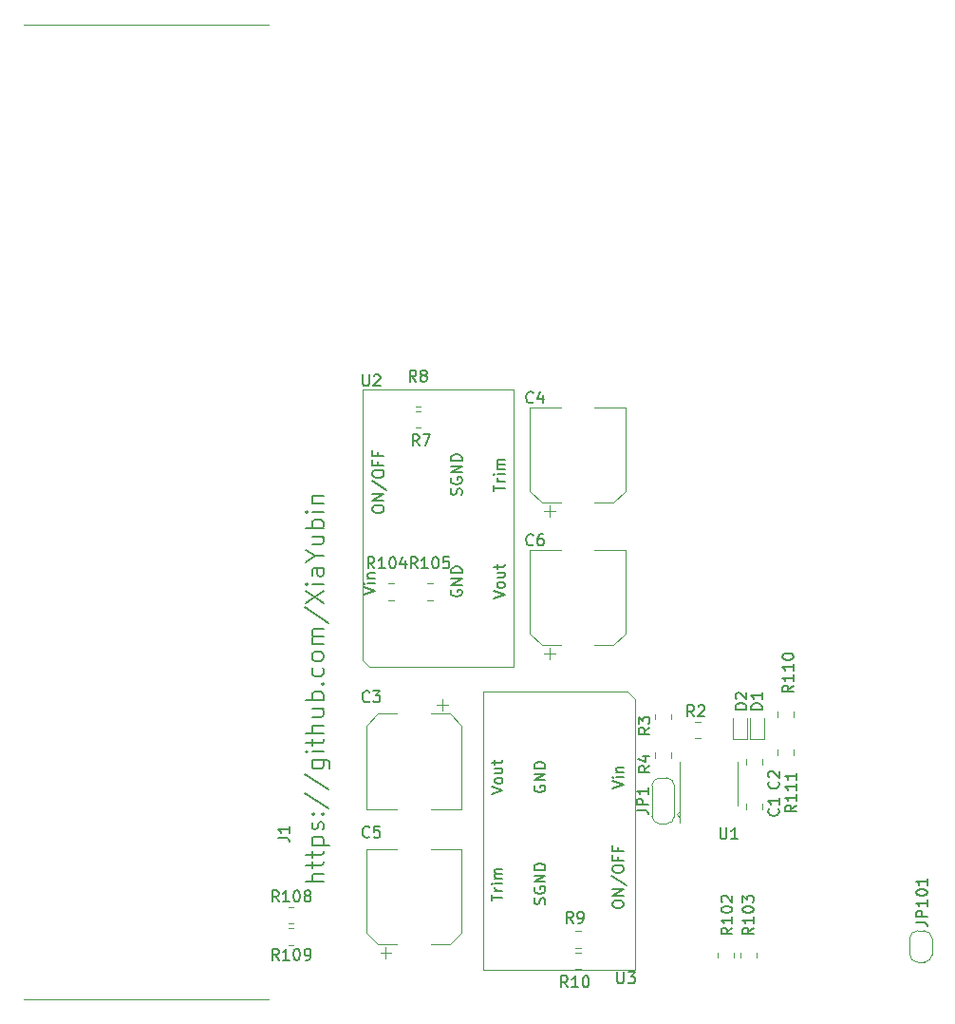
<source format=gbr>
%TF.GenerationSoftware,KiCad,Pcbnew,(5.1.9)-1*%
%TF.CreationDate,2021-04-10T21:08:21+08:00*%
%TF.ProjectId,CSPS2ATX2.0,43535053-3241-4545-9832-2e302e6b6963,V2.0*%
%TF.SameCoordinates,Original*%
%TF.FileFunction,Legend,Top*%
%TF.FilePolarity,Positive*%
%FSLAX46Y46*%
G04 Gerber Fmt 4.6, Leading zero omitted, Abs format (unit mm)*
G04 Created by KiCad (PCBNEW (5.1.9)-1) date 2021-04-10 21:08:21*
%MOMM*%
%LPD*%
G01*
G04 APERTURE LIST*
%ADD10C,0.200000*%
%ADD11C,0.120000*%
%ADD12C,0.150000*%
G04 APERTURE END LIST*
D10*
X94195809Y-114247047D02*
X92595809Y-114247047D01*
X94195809Y-113561333D02*
X93357714Y-113561333D01*
X93205333Y-113637523D01*
X93129142Y-113789904D01*
X93129142Y-114018476D01*
X93205333Y-114170857D01*
X93281523Y-114247047D01*
X93129142Y-113028000D02*
X93129142Y-112418476D01*
X92595809Y-112799428D02*
X93967238Y-112799428D01*
X94119619Y-112723238D01*
X94195809Y-112570857D01*
X94195809Y-112418476D01*
X93129142Y-112113714D02*
X93129142Y-111504190D01*
X92595809Y-111885142D02*
X93967238Y-111885142D01*
X94119619Y-111808952D01*
X94195809Y-111656571D01*
X94195809Y-111504190D01*
X93129142Y-110970857D02*
X94729142Y-110970857D01*
X93205333Y-110970857D02*
X93129142Y-110818476D01*
X93129142Y-110513714D01*
X93205333Y-110361333D01*
X93281523Y-110285142D01*
X93433904Y-110208952D01*
X93891047Y-110208952D01*
X94043428Y-110285142D01*
X94119619Y-110361333D01*
X94195809Y-110513714D01*
X94195809Y-110818476D01*
X94119619Y-110970857D01*
X94119619Y-109599428D02*
X94195809Y-109447047D01*
X94195809Y-109142285D01*
X94119619Y-108989904D01*
X93967238Y-108913714D01*
X93891047Y-108913714D01*
X93738666Y-108989904D01*
X93662476Y-109142285D01*
X93662476Y-109370857D01*
X93586285Y-109523238D01*
X93433904Y-109599428D01*
X93357714Y-109599428D01*
X93205333Y-109523238D01*
X93129142Y-109370857D01*
X93129142Y-109142285D01*
X93205333Y-108989904D01*
X94043428Y-108228000D02*
X94119619Y-108151809D01*
X94195809Y-108228000D01*
X94119619Y-108304190D01*
X94043428Y-108228000D01*
X94195809Y-108228000D01*
X93205333Y-108228000D02*
X93281523Y-108151809D01*
X93357714Y-108228000D01*
X93281523Y-108304190D01*
X93205333Y-108228000D01*
X93357714Y-108228000D01*
X92519619Y-106323238D02*
X94576761Y-107694666D01*
X92519619Y-104647047D02*
X94576761Y-106018476D01*
X93129142Y-103428000D02*
X94424380Y-103428000D01*
X94576761Y-103504190D01*
X94652952Y-103580380D01*
X94729142Y-103732761D01*
X94729142Y-103961333D01*
X94652952Y-104113714D01*
X94119619Y-103428000D02*
X94195809Y-103580380D01*
X94195809Y-103885142D01*
X94119619Y-104037523D01*
X94043428Y-104113714D01*
X93891047Y-104189904D01*
X93433904Y-104189904D01*
X93281523Y-104113714D01*
X93205333Y-104037523D01*
X93129142Y-103885142D01*
X93129142Y-103580380D01*
X93205333Y-103428000D01*
X94195809Y-102666095D02*
X93129142Y-102666095D01*
X92595809Y-102666095D02*
X92672000Y-102742285D01*
X92748190Y-102666095D01*
X92672000Y-102589904D01*
X92595809Y-102666095D01*
X92748190Y-102666095D01*
X93129142Y-102132761D02*
X93129142Y-101523238D01*
X92595809Y-101904190D02*
X93967238Y-101904190D01*
X94119619Y-101828000D01*
X94195809Y-101675619D01*
X94195809Y-101523238D01*
X94195809Y-100989904D02*
X92595809Y-100989904D01*
X94195809Y-100304190D02*
X93357714Y-100304190D01*
X93205333Y-100380380D01*
X93129142Y-100532761D01*
X93129142Y-100761333D01*
X93205333Y-100913714D01*
X93281523Y-100989904D01*
X93129142Y-98856571D02*
X94195809Y-98856571D01*
X93129142Y-99542285D02*
X93967238Y-99542285D01*
X94119619Y-99466095D01*
X94195809Y-99313714D01*
X94195809Y-99085142D01*
X94119619Y-98932761D01*
X94043428Y-98856571D01*
X94195809Y-98094666D02*
X92595809Y-98094666D01*
X93205333Y-98094666D02*
X93129142Y-97942285D01*
X93129142Y-97637523D01*
X93205333Y-97485142D01*
X93281523Y-97408952D01*
X93433904Y-97332761D01*
X93891047Y-97332761D01*
X94043428Y-97408952D01*
X94119619Y-97485142D01*
X94195809Y-97637523D01*
X94195809Y-97942285D01*
X94119619Y-98094666D01*
X94043428Y-96647047D02*
X94119619Y-96570857D01*
X94195809Y-96647047D01*
X94119619Y-96723238D01*
X94043428Y-96647047D01*
X94195809Y-96647047D01*
X94119619Y-95199428D02*
X94195809Y-95351809D01*
X94195809Y-95656571D01*
X94119619Y-95808952D01*
X94043428Y-95885142D01*
X93891047Y-95961333D01*
X93433904Y-95961333D01*
X93281523Y-95885142D01*
X93205333Y-95808952D01*
X93129142Y-95656571D01*
X93129142Y-95351809D01*
X93205333Y-95199428D01*
X94195809Y-94285142D02*
X94119619Y-94437523D01*
X94043428Y-94513714D01*
X93891047Y-94589904D01*
X93433904Y-94589904D01*
X93281523Y-94513714D01*
X93205333Y-94437523D01*
X93129142Y-94285142D01*
X93129142Y-94056571D01*
X93205333Y-93904190D01*
X93281523Y-93828000D01*
X93433904Y-93751809D01*
X93891047Y-93751809D01*
X94043428Y-93828000D01*
X94119619Y-93904190D01*
X94195809Y-94056571D01*
X94195809Y-94285142D01*
X94195809Y-93066095D02*
X93129142Y-93066095D01*
X93281523Y-93066095D02*
X93205333Y-92989904D01*
X93129142Y-92837523D01*
X93129142Y-92608952D01*
X93205333Y-92456571D01*
X93357714Y-92380380D01*
X94195809Y-92380380D01*
X93357714Y-92380380D02*
X93205333Y-92304190D01*
X93129142Y-92151809D01*
X93129142Y-91923238D01*
X93205333Y-91770857D01*
X93357714Y-91694666D01*
X94195809Y-91694666D01*
X92519619Y-89789904D02*
X94576761Y-91161333D01*
X92595809Y-89408952D02*
X94195809Y-88342285D01*
X92595809Y-88342285D02*
X94195809Y-89408952D01*
X94195809Y-87732761D02*
X93129142Y-87732761D01*
X92595809Y-87732761D02*
X92672000Y-87808952D01*
X92748190Y-87732761D01*
X92672000Y-87656571D01*
X92595809Y-87732761D01*
X92748190Y-87732761D01*
X94195809Y-86285142D02*
X93357714Y-86285142D01*
X93205333Y-86361333D01*
X93129142Y-86513714D01*
X93129142Y-86818476D01*
X93205333Y-86970857D01*
X94119619Y-86285142D02*
X94195809Y-86437523D01*
X94195809Y-86818476D01*
X94119619Y-86970857D01*
X93967238Y-87047047D01*
X93814857Y-87047047D01*
X93662476Y-86970857D01*
X93586285Y-86818476D01*
X93586285Y-86437523D01*
X93510095Y-86285142D01*
X93433904Y-85218476D02*
X94195809Y-85218476D01*
X92595809Y-85751809D02*
X93433904Y-85218476D01*
X92595809Y-84685142D01*
X93129142Y-83466095D02*
X94195809Y-83466095D01*
X93129142Y-84151809D02*
X93967238Y-84151809D01*
X94119619Y-84075619D01*
X94195809Y-83923238D01*
X94195809Y-83694666D01*
X94119619Y-83542285D01*
X94043428Y-83466095D01*
X94195809Y-82704190D02*
X92595809Y-82704190D01*
X93205333Y-82704190D02*
X93129142Y-82551809D01*
X93129142Y-82247047D01*
X93205333Y-82094666D01*
X93281523Y-82018476D01*
X93433904Y-81942285D01*
X93891047Y-81942285D01*
X94043428Y-82018476D01*
X94119619Y-82094666D01*
X94195809Y-82247047D01*
X94195809Y-82551809D01*
X94119619Y-82704190D01*
X94195809Y-81256571D02*
X93129142Y-81256571D01*
X92595809Y-81256571D02*
X92672000Y-81332761D01*
X92748190Y-81256571D01*
X92672000Y-81180380D01*
X92595809Y-81256571D01*
X92748190Y-81256571D01*
X93129142Y-80494666D02*
X94195809Y-80494666D01*
X93281523Y-80494666D02*
X93205333Y-80418476D01*
X93129142Y-80266095D01*
X93129142Y-80037523D01*
X93205333Y-79885142D01*
X93357714Y-79808952D01*
X94195809Y-79808952D01*
D11*
%TO.C,D2*%
X131918000Y-99695000D02*
X131918000Y-101545000D01*
X130718000Y-99695000D02*
X130718000Y-101545000D01*
X130718000Y-101545000D02*
X131918000Y-101545000D01*
%TO.C,D1*%
X133442000Y-99695000D02*
X133442000Y-101545000D01*
X132242000Y-99695000D02*
X132242000Y-101545000D01*
X132242000Y-101545000D02*
X133442000Y-101545000D01*
%TO.C,U3*%
X108410000Y-97300000D02*
X108410000Y-122065000D01*
X108410000Y-122065000D02*
X121920000Y-122065000D01*
X121920000Y-122065000D02*
X121920000Y-97935000D01*
X121285000Y-97300000D02*
X108410000Y-97300000D01*
X121285000Y-97300000D02*
X121920000Y-97935000D01*
%TO.C,U2*%
X111150000Y-95105000D02*
X111150000Y-70340000D01*
X111150000Y-70340000D02*
X97640000Y-70340000D01*
X97640000Y-70340000D02*
X97640000Y-94470000D01*
X98275000Y-95105000D02*
X111150000Y-95105000D01*
X98275000Y-95105000D02*
X97640000Y-94470000D01*
%TO.C,R10*%
X116636436Y-122020000D02*
X117090564Y-122020000D01*
X116636436Y-120550000D02*
X117090564Y-120550000D01*
%TO.C,R9*%
X117090564Y-118645000D02*
X116636436Y-118645000D01*
X117090564Y-120115000D02*
X116636436Y-120115000D01*
%TO.C,R8*%
X102819564Y-70385000D02*
X102365436Y-70385000D01*
X102819564Y-71855000D02*
X102365436Y-71855000D01*
%TO.C,R7*%
X102365436Y-73760000D02*
X102819564Y-73760000D01*
X102365436Y-72290000D02*
X102819564Y-72290000D01*
%TO.C,C6*%
X113830000Y-93900000D02*
X114830000Y-93900000D01*
X114330000Y-94400000D02*
X114330000Y-93400000D01*
X120035563Y-93160000D02*
X121100000Y-92095563D01*
X113644437Y-93160000D02*
X112580000Y-92095563D01*
X113644437Y-93160000D02*
X115330000Y-93160000D01*
X120035563Y-93160000D02*
X118350000Y-93160000D01*
X121100000Y-92095563D02*
X121100000Y-84640000D01*
X112580000Y-92095563D02*
X112580000Y-84640000D01*
X112580000Y-84640000D02*
X115330000Y-84640000D01*
X121100000Y-84640000D02*
X118350000Y-84640000D01*
%TO.C,C5*%
X99225000Y-120570000D02*
X100225000Y-120570000D01*
X99725000Y-121070000D02*
X99725000Y-120070000D01*
X105430563Y-119830000D02*
X106495000Y-118765563D01*
X99039437Y-119830000D02*
X97975000Y-118765563D01*
X99039437Y-119830000D02*
X100725000Y-119830000D01*
X105430563Y-119830000D02*
X103745000Y-119830000D01*
X106495000Y-118765563D02*
X106495000Y-111310000D01*
X97975000Y-118765563D02*
X97975000Y-111310000D01*
X97975000Y-111310000D02*
X100725000Y-111310000D01*
X106495000Y-111310000D02*
X103745000Y-111310000D01*
%TO.C,C4*%
X113830000Y-81200000D02*
X114830000Y-81200000D01*
X114330000Y-81700000D02*
X114330000Y-80700000D01*
X120035563Y-80460000D02*
X121100000Y-79395563D01*
X113644437Y-80460000D02*
X112580000Y-79395563D01*
X113644437Y-80460000D02*
X115330000Y-80460000D01*
X120035563Y-80460000D02*
X118350000Y-80460000D01*
X121100000Y-79395563D02*
X121100000Y-71940000D01*
X112580000Y-79395563D02*
X112580000Y-71940000D01*
X112580000Y-71940000D02*
X115330000Y-71940000D01*
X121100000Y-71940000D02*
X118350000Y-71940000D01*
%TO.C,C3*%
X105245000Y-98505000D02*
X104245000Y-98505000D01*
X104745000Y-98005000D02*
X104745000Y-99005000D01*
X99039437Y-99245000D02*
X97975000Y-100309437D01*
X105430563Y-99245000D02*
X106495000Y-100309437D01*
X105430563Y-99245000D02*
X103745000Y-99245000D01*
X99039437Y-99245000D02*
X100725000Y-99245000D01*
X97975000Y-100309437D02*
X97975000Y-107765000D01*
X106495000Y-100309437D02*
X106495000Y-107765000D01*
X106495000Y-107765000D02*
X103745000Y-107765000D01*
X97975000Y-107765000D02*
X100725000Y-107765000D01*
%TO.C,U1*%
X125964000Y-105537000D02*
X125964000Y-108987000D01*
X125964000Y-105537000D02*
X125964000Y-103587000D01*
X131084000Y-105537000D02*
X131084000Y-107487000D01*
X131084000Y-105537000D02*
X131084000Y-103587000D01*
%TO.C,R111*%
X134647000Y-102492436D02*
X134647000Y-102946564D01*
X136117000Y-102492436D02*
X136117000Y-102946564D01*
%TO.C,R110*%
X134647000Y-99110436D02*
X134647000Y-99564564D01*
X136117000Y-99110436D02*
X136117000Y-99564564D01*
%TO.C,R109*%
X91516564Y-118391000D02*
X91062436Y-118391000D01*
X91516564Y-119861000D02*
X91062436Y-119861000D01*
%TO.C,R108*%
X91062436Y-117956000D02*
X91516564Y-117956000D01*
X91062436Y-116486000D02*
X91516564Y-116486000D01*
%TO.C,R105*%
X103428436Y-89127000D02*
X103882564Y-89127000D01*
X103428436Y-87657000D02*
X103882564Y-87657000D01*
%TO.C,R104*%
X99975936Y-89127000D02*
X100430064Y-89127000D01*
X99975936Y-87657000D02*
X100430064Y-87657000D01*
%TO.C,R103*%
X131345000Y-120573436D02*
X131345000Y-121027564D01*
X132815000Y-120573436D02*
X132815000Y-121027564D01*
%TO.C,R102*%
X129313000Y-120573436D02*
X129313000Y-121027564D01*
X130783000Y-120573436D02*
X130783000Y-121027564D01*
%TO.C,R4*%
X123725000Y-102746436D02*
X123725000Y-103200564D01*
X125195000Y-102746436D02*
X125195000Y-103200564D01*
%TO.C,R3*%
X123725000Y-99317436D02*
X123725000Y-99771564D01*
X125195000Y-99317436D02*
X125195000Y-99771564D01*
%TO.C,R2*%
X127758564Y-99976000D02*
X127304436Y-99976000D01*
X127758564Y-101446000D02*
X127304436Y-101446000D01*
%TO.C,JP101*%
X148447000Y-119315000D02*
X148447000Y-120715000D01*
X147747000Y-121415000D02*
X147147000Y-121415000D01*
X146447000Y-120715000D02*
X146447000Y-119315000D01*
X147147000Y-118615000D02*
X147747000Y-118615000D01*
X147747000Y-118615000D02*
G75*
G02*
X148447000Y-119315000I0J-700000D01*
G01*
X146447000Y-119315000D02*
G75*
G02*
X147147000Y-118615000I700000J0D01*
G01*
X147147000Y-121415000D02*
G75*
G02*
X146447000Y-120715000I0J700000D01*
G01*
X148447000Y-120715000D02*
G75*
G02*
X147747000Y-121415000I-700000J0D01*
G01*
%TO.C,JP1*%
X123460000Y-108431000D02*
X123460000Y-105631000D01*
X124160000Y-104981000D02*
X124760000Y-104981000D01*
X125460000Y-105631000D02*
X125460000Y-108431000D01*
X124760000Y-109081000D02*
X124160000Y-109081000D01*
X125660000Y-108231000D02*
X125960000Y-108531000D01*
X125960000Y-108531000D02*
X125960000Y-107931000D01*
X125660000Y-108231000D02*
X125960000Y-107931000D01*
X124160000Y-109081000D02*
G75*
G02*
X123460000Y-108381000I0J700000D01*
G01*
X125460000Y-108381000D02*
G75*
G02*
X124760000Y-109081000I-700000J0D01*
G01*
X124760000Y-104981000D02*
G75*
G02*
X125460000Y-105681000I0J-700000D01*
G01*
X123460000Y-105681000D02*
G75*
G02*
X124160000Y-104981000I700000J0D01*
G01*
%TO.C,J1*%
X67405000Y-37870000D02*
X89249000Y-37870000D01*
X89249000Y-124690000D02*
X67405000Y-124690000D01*
%TO.C,C2*%
X131853000Y-103309748D02*
X131853000Y-103832252D01*
X133323000Y-103309748D02*
X133323000Y-103832252D01*
%TO.C,C1*%
X133323000Y-107769252D02*
X133323000Y-107246748D01*
X131853000Y-107769252D02*
X131853000Y-107246748D01*
%TO.C,D2*%
D12*
X131897380Y-98909095D02*
X130897380Y-98909095D01*
X130897380Y-98671000D01*
X130945000Y-98528142D01*
X131040238Y-98432904D01*
X131135476Y-98385285D01*
X131325952Y-98337666D01*
X131468809Y-98337666D01*
X131659285Y-98385285D01*
X131754523Y-98432904D01*
X131849761Y-98528142D01*
X131897380Y-98671000D01*
X131897380Y-98909095D01*
X130992619Y-97956714D02*
X130945000Y-97909095D01*
X130897380Y-97813857D01*
X130897380Y-97575761D01*
X130945000Y-97480523D01*
X130992619Y-97432904D01*
X131087857Y-97385285D01*
X131183095Y-97385285D01*
X131325952Y-97432904D01*
X131897380Y-98004333D01*
X131897380Y-97385285D01*
%TO.C,D1*%
X133294380Y-98909095D02*
X132294380Y-98909095D01*
X132294380Y-98671000D01*
X132342000Y-98528142D01*
X132437238Y-98432904D01*
X132532476Y-98385285D01*
X132722952Y-98337666D01*
X132865809Y-98337666D01*
X133056285Y-98385285D01*
X133151523Y-98432904D01*
X133246761Y-98528142D01*
X133294380Y-98671000D01*
X133294380Y-98909095D01*
X133294380Y-97385285D02*
X133294380Y-97956714D01*
X133294380Y-97671000D02*
X132294380Y-97671000D01*
X132437238Y-97766238D01*
X132532476Y-97861476D01*
X132580095Y-97956714D01*
%TO.C,U3*%
X120373095Y-122301380D02*
X120373095Y-123110904D01*
X120420714Y-123206142D01*
X120468333Y-123253761D01*
X120563571Y-123301380D01*
X120754047Y-123301380D01*
X120849285Y-123253761D01*
X120896904Y-123206142D01*
X120944523Y-123110904D01*
X120944523Y-122301380D01*
X121325476Y-122301380D02*
X121944523Y-122301380D01*
X121611190Y-122682333D01*
X121754047Y-122682333D01*
X121849285Y-122729952D01*
X121896904Y-122777571D01*
X121944523Y-122872809D01*
X121944523Y-123110904D01*
X121896904Y-123206142D01*
X121849285Y-123253761D01*
X121754047Y-123301380D01*
X121468333Y-123301380D01*
X121373095Y-123253761D01*
X121325476Y-123206142D01*
X119927380Y-116333809D02*
X119927380Y-116143333D01*
X119975000Y-116048095D01*
X120070238Y-115952857D01*
X120260714Y-115905238D01*
X120594047Y-115905238D01*
X120784523Y-115952857D01*
X120879761Y-116048095D01*
X120927380Y-116143333D01*
X120927380Y-116333809D01*
X120879761Y-116429047D01*
X120784523Y-116524285D01*
X120594047Y-116571904D01*
X120260714Y-116571904D01*
X120070238Y-116524285D01*
X119975000Y-116429047D01*
X119927380Y-116333809D01*
X120927380Y-115476666D02*
X119927380Y-115476666D01*
X120927380Y-114905238D01*
X119927380Y-114905238D01*
X119879761Y-113714761D02*
X121165476Y-114571904D01*
X119927380Y-113190952D02*
X119927380Y-113000476D01*
X119975000Y-112905238D01*
X120070238Y-112810000D01*
X120260714Y-112762380D01*
X120594047Y-112762380D01*
X120784523Y-112810000D01*
X120879761Y-112905238D01*
X120927380Y-113000476D01*
X120927380Y-113190952D01*
X120879761Y-113286190D01*
X120784523Y-113381428D01*
X120594047Y-113429047D01*
X120260714Y-113429047D01*
X120070238Y-113381428D01*
X119975000Y-113286190D01*
X119927380Y-113190952D01*
X120403571Y-112000476D02*
X120403571Y-112333809D01*
X120927380Y-112333809D02*
X119927380Y-112333809D01*
X119927380Y-111857619D01*
X120403571Y-111143333D02*
X120403571Y-111476666D01*
X120927380Y-111476666D02*
X119927380Y-111476666D01*
X119927380Y-111000476D01*
X113894761Y-116254523D02*
X113942380Y-116111666D01*
X113942380Y-115873571D01*
X113894761Y-115778333D01*
X113847142Y-115730714D01*
X113751904Y-115683095D01*
X113656666Y-115683095D01*
X113561428Y-115730714D01*
X113513809Y-115778333D01*
X113466190Y-115873571D01*
X113418571Y-116064047D01*
X113370952Y-116159285D01*
X113323333Y-116206904D01*
X113228095Y-116254523D01*
X113132857Y-116254523D01*
X113037619Y-116206904D01*
X112990000Y-116159285D01*
X112942380Y-116064047D01*
X112942380Y-115825952D01*
X112990000Y-115683095D01*
X112990000Y-114730714D02*
X112942380Y-114825952D01*
X112942380Y-114968809D01*
X112990000Y-115111666D01*
X113085238Y-115206904D01*
X113180476Y-115254523D01*
X113370952Y-115302142D01*
X113513809Y-115302142D01*
X113704285Y-115254523D01*
X113799523Y-115206904D01*
X113894761Y-115111666D01*
X113942380Y-114968809D01*
X113942380Y-114873571D01*
X113894761Y-114730714D01*
X113847142Y-114683095D01*
X113513809Y-114683095D01*
X113513809Y-114873571D01*
X113942380Y-114254523D02*
X112942380Y-114254523D01*
X113942380Y-113683095D01*
X112942380Y-113683095D01*
X113942380Y-113206904D02*
X112942380Y-113206904D01*
X112942380Y-112968809D01*
X112990000Y-112825952D01*
X113085238Y-112730714D01*
X113180476Y-112683095D01*
X113370952Y-112635476D01*
X113513809Y-112635476D01*
X113704285Y-112683095D01*
X113799523Y-112730714D01*
X113894761Y-112825952D01*
X113942380Y-112968809D01*
X113942380Y-113206904D01*
X109132380Y-115945000D02*
X109132380Y-115373571D01*
X110132380Y-115659285D02*
X109132380Y-115659285D01*
X110132380Y-115040238D02*
X109465714Y-115040238D01*
X109656190Y-115040238D02*
X109560952Y-114992619D01*
X109513333Y-114945000D01*
X109465714Y-114849761D01*
X109465714Y-114754523D01*
X110132380Y-114421190D02*
X109465714Y-114421190D01*
X109132380Y-114421190D02*
X109180000Y-114468809D01*
X109227619Y-114421190D01*
X109180000Y-114373571D01*
X109132380Y-114421190D01*
X109227619Y-114421190D01*
X110132380Y-113945000D02*
X109465714Y-113945000D01*
X109560952Y-113945000D02*
X109513333Y-113897380D01*
X109465714Y-113802142D01*
X109465714Y-113659285D01*
X109513333Y-113564047D01*
X109608571Y-113516428D01*
X110132380Y-113516428D01*
X109608571Y-113516428D02*
X109513333Y-113468809D01*
X109465714Y-113373571D01*
X109465714Y-113230714D01*
X109513333Y-113135476D01*
X109608571Y-113087857D01*
X110132380Y-113087857D01*
X109132380Y-106443809D02*
X110132380Y-106110476D01*
X109132380Y-105777142D01*
X110132380Y-105300952D02*
X110084761Y-105396190D01*
X110037142Y-105443809D01*
X109941904Y-105491428D01*
X109656190Y-105491428D01*
X109560952Y-105443809D01*
X109513333Y-105396190D01*
X109465714Y-105300952D01*
X109465714Y-105158095D01*
X109513333Y-105062857D01*
X109560952Y-105015238D01*
X109656190Y-104967619D01*
X109941904Y-104967619D01*
X110037142Y-105015238D01*
X110084761Y-105062857D01*
X110132380Y-105158095D01*
X110132380Y-105300952D01*
X109465714Y-104110476D02*
X110132380Y-104110476D01*
X109465714Y-104539047D02*
X109989523Y-104539047D01*
X110084761Y-104491428D01*
X110132380Y-104396190D01*
X110132380Y-104253333D01*
X110084761Y-104158095D01*
X110037142Y-104110476D01*
X109465714Y-103777142D02*
X109465714Y-103396190D01*
X109132380Y-103634285D02*
X109989523Y-103634285D01*
X110084761Y-103586666D01*
X110132380Y-103491428D01*
X110132380Y-103396190D01*
X112990000Y-105681904D02*
X112942380Y-105777142D01*
X112942380Y-105920000D01*
X112990000Y-106062857D01*
X113085238Y-106158095D01*
X113180476Y-106205714D01*
X113370952Y-106253333D01*
X113513809Y-106253333D01*
X113704285Y-106205714D01*
X113799523Y-106158095D01*
X113894761Y-106062857D01*
X113942380Y-105920000D01*
X113942380Y-105824761D01*
X113894761Y-105681904D01*
X113847142Y-105634285D01*
X113513809Y-105634285D01*
X113513809Y-105824761D01*
X113942380Y-105205714D02*
X112942380Y-105205714D01*
X113942380Y-104634285D01*
X112942380Y-104634285D01*
X113942380Y-104158095D02*
X112942380Y-104158095D01*
X112942380Y-103920000D01*
X112990000Y-103777142D01*
X113085238Y-103681904D01*
X113180476Y-103634285D01*
X113370952Y-103586666D01*
X113513809Y-103586666D01*
X113704285Y-103634285D01*
X113799523Y-103681904D01*
X113894761Y-103777142D01*
X113942380Y-103920000D01*
X113942380Y-104158095D01*
X119927380Y-105943809D02*
X120927380Y-105610476D01*
X119927380Y-105277142D01*
X120927380Y-104943809D02*
X120260714Y-104943809D01*
X119927380Y-104943809D02*
X119975000Y-104991428D01*
X120022619Y-104943809D01*
X119975000Y-104896190D01*
X119927380Y-104943809D01*
X120022619Y-104943809D01*
X120260714Y-104467619D02*
X120927380Y-104467619D01*
X120355952Y-104467619D02*
X120308333Y-104420000D01*
X120260714Y-104324761D01*
X120260714Y-104181904D01*
X120308333Y-104086666D01*
X120403571Y-104039047D01*
X120927380Y-104039047D01*
%TO.C,U2*%
X97663095Y-69048380D02*
X97663095Y-69857904D01*
X97710714Y-69953142D01*
X97758333Y-70000761D01*
X97853571Y-70048380D01*
X98044047Y-70048380D01*
X98139285Y-70000761D01*
X98186904Y-69953142D01*
X98234523Y-69857904D01*
X98234523Y-69048380D01*
X98663095Y-69143619D02*
X98710714Y-69096000D01*
X98805952Y-69048380D01*
X99044047Y-69048380D01*
X99139285Y-69096000D01*
X99186904Y-69143619D01*
X99234523Y-69238857D01*
X99234523Y-69334095D01*
X99186904Y-69476952D01*
X98615476Y-70048380D01*
X99234523Y-70048380D01*
X98537380Y-81118809D02*
X98537380Y-80928333D01*
X98585000Y-80833095D01*
X98680238Y-80737857D01*
X98870714Y-80690238D01*
X99204047Y-80690238D01*
X99394523Y-80737857D01*
X99489761Y-80833095D01*
X99537380Y-80928333D01*
X99537380Y-81118809D01*
X99489761Y-81214047D01*
X99394523Y-81309285D01*
X99204047Y-81356904D01*
X98870714Y-81356904D01*
X98680238Y-81309285D01*
X98585000Y-81214047D01*
X98537380Y-81118809D01*
X99537380Y-80261666D02*
X98537380Y-80261666D01*
X99537380Y-79690238D01*
X98537380Y-79690238D01*
X98489761Y-78499761D02*
X99775476Y-79356904D01*
X98537380Y-77975952D02*
X98537380Y-77785476D01*
X98585000Y-77690238D01*
X98680238Y-77595000D01*
X98870714Y-77547380D01*
X99204047Y-77547380D01*
X99394523Y-77595000D01*
X99489761Y-77690238D01*
X99537380Y-77785476D01*
X99537380Y-77975952D01*
X99489761Y-78071190D01*
X99394523Y-78166428D01*
X99204047Y-78214047D01*
X98870714Y-78214047D01*
X98680238Y-78166428D01*
X98585000Y-78071190D01*
X98537380Y-77975952D01*
X99013571Y-76785476D02*
X99013571Y-77118809D01*
X99537380Y-77118809D02*
X98537380Y-77118809D01*
X98537380Y-76642619D01*
X99013571Y-75928333D02*
X99013571Y-76261666D01*
X99537380Y-76261666D02*
X98537380Y-76261666D01*
X98537380Y-75785476D01*
X106474761Y-79769523D02*
X106522380Y-79626666D01*
X106522380Y-79388571D01*
X106474761Y-79293333D01*
X106427142Y-79245714D01*
X106331904Y-79198095D01*
X106236666Y-79198095D01*
X106141428Y-79245714D01*
X106093809Y-79293333D01*
X106046190Y-79388571D01*
X105998571Y-79579047D01*
X105950952Y-79674285D01*
X105903333Y-79721904D01*
X105808095Y-79769523D01*
X105712857Y-79769523D01*
X105617619Y-79721904D01*
X105570000Y-79674285D01*
X105522380Y-79579047D01*
X105522380Y-79340952D01*
X105570000Y-79198095D01*
X105570000Y-78245714D02*
X105522380Y-78340952D01*
X105522380Y-78483809D01*
X105570000Y-78626666D01*
X105665238Y-78721904D01*
X105760476Y-78769523D01*
X105950952Y-78817142D01*
X106093809Y-78817142D01*
X106284285Y-78769523D01*
X106379523Y-78721904D01*
X106474761Y-78626666D01*
X106522380Y-78483809D01*
X106522380Y-78388571D01*
X106474761Y-78245714D01*
X106427142Y-78198095D01*
X106093809Y-78198095D01*
X106093809Y-78388571D01*
X106522380Y-77769523D02*
X105522380Y-77769523D01*
X106522380Y-77198095D01*
X105522380Y-77198095D01*
X106522380Y-76721904D02*
X105522380Y-76721904D01*
X105522380Y-76483809D01*
X105570000Y-76340952D01*
X105665238Y-76245714D01*
X105760476Y-76198095D01*
X105950952Y-76150476D01*
X106093809Y-76150476D01*
X106284285Y-76198095D01*
X106379523Y-76245714D01*
X106474761Y-76340952D01*
X106522380Y-76483809D01*
X106522380Y-76721904D01*
X109332380Y-79460000D02*
X109332380Y-78888571D01*
X110332380Y-79174285D02*
X109332380Y-79174285D01*
X110332380Y-78555238D02*
X109665714Y-78555238D01*
X109856190Y-78555238D02*
X109760952Y-78507619D01*
X109713333Y-78460000D01*
X109665714Y-78364761D01*
X109665714Y-78269523D01*
X110332380Y-77936190D02*
X109665714Y-77936190D01*
X109332380Y-77936190D02*
X109380000Y-77983809D01*
X109427619Y-77936190D01*
X109380000Y-77888571D01*
X109332380Y-77936190D01*
X109427619Y-77936190D01*
X110332380Y-77460000D02*
X109665714Y-77460000D01*
X109760952Y-77460000D02*
X109713333Y-77412380D01*
X109665714Y-77317142D01*
X109665714Y-77174285D01*
X109713333Y-77079047D01*
X109808571Y-77031428D01*
X110332380Y-77031428D01*
X109808571Y-77031428D02*
X109713333Y-76983809D01*
X109665714Y-76888571D01*
X109665714Y-76745714D01*
X109713333Y-76650476D01*
X109808571Y-76602857D01*
X110332380Y-76602857D01*
X109332380Y-89008809D02*
X110332380Y-88675476D01*
X109332380Y-88342142D01*
X110332380Y-87865952D02*
X110284761Y-87961190D01*
X110237142Y-88008809D01*
X110141904Y-88056428D01*
X109856190Y-88056428D01*
X109760952Y-88008809D01*
X109713333Y-87961190D01*
X109665714Y-87865952D01*
X109665714Y-87723095D01*
X109713333Y-87627857D01*
X109760952Y-87580238D01*
X109856190Y-87532619D01*
X110141904Y-87532619D01*
X110237142Y-87580238D01*
X110284761Y-87627857D01*
X110332380Y-87723095D01*
X110332380Y-87865952D01*
X109665714Y-86675476D02*
X110332380Y-86675476D01*
X109665714Y-87104047D02*
X110189523Y-87104047D01*
X110284761Y-87056428D01*
X110332380Y-86961190D01*
X110332380Y-86818333D01*
X110284761Y-86723095D01*
X110237142Y-86675476D01*
X109665714Y-86342142D02*
X109665714Y-85961190D01*
X109332380Y-86199285D02*
X110189523Y-86199285D01*
X110284761Y-86151666D01*
X110332380Y-86056428D01*
X110332380Y-85961190D01*
X105570000Y-88246904D02*
X105522380Y-88342142D01*
X105522380Y-88485000D01*
X105570000Y-88627857D01*
X105665238Y-88723095D01*
X105760476Y-88770714D01*
X105950952Y-88818333D01*
X106093809Y-88818333D01*
X106284285Y-88770714D01*
X106379523Y-88723095D01*
X106474761Y-88627857D01*
X106522380Y-88485000D01*
X106522380Y-88389761D01*
X106474761Y-88246904D01*
X106427142Y-88199285D01*
X106093809Y-88199285D01*
X106093809Y-88389761D01*
X106522380Y-87770714D02*
X105522380Y-87770714D01*
X106522380Y-87199285D01*
X105522380Y-87199285D01*
X106522380Y-86723095D02*
X105522380Y-86723095D01*
X105522380Y-86485000D01*
X105570000Y-86342142D01*
X105665238Y-86246904D01*
X105760476Y-86199285D01*
X105950952Y-86151666D01*
X106093809Y-86151666D01*
X106284285Y-86199285D01*
X106379523Y-86246904D01*
X106474761Y-86342142D01*
X106522380Y-86485000D01*
X106522380Y-86723095D01*
X97750380Y-88653809D02*
X98750380Y-88320476D01*
X97750380Y-87987142D01*
X98750380Y-87653809D02*
X98083714Y-87653809D01*
X97750380Y-87653809D02*
X97798000Y-87701428D01*
X97845619Y-87653809D01*
X97798000Y-87606190D01*
X97750380Y-87653809D01*
X97845619Y-87653809D01*
X98083714Y-87177619D02*
X98750380Y-87177619D01*
X98178952Y-87177619D02*
X98131333Y-87130000D01*
X98083714Y-87034761D01*
X98083714Y-86891904D01*
X98131333Y-86796666D01*
X98226571Y-86749047D01*
X98750380Y-86749047D01*
%TO.C,R10*%
X115943142Y-123642380D02*
X115609809Y-123166190D01*
X115371714Y-123642380D02*
X115371714Y-122642380D01*
X115752666Y-122642380D01*
X115847904Y-122690000D01*
X115895523Y-122737619D01*
X115943142Y-122832857D01*
X115943142Y-122975714D01*
X115895523Y-123070952D01*
X115847904Y-123118571D01*
X115752666Y-123166190D01*
X115371714Y-123166190D01*
X116895523Y-123642380D02*
X116324095Y-123642380D01*
X116609809Y-123642380D02*
X116609809Y-122642380D01*
X116514571Y-122785238D01*
X116419333Y-122880476D01*
X116324095Y-122928095D01*
X117514571Y-122642380D02*
X117609809Y-122642380D01*
X117705047Y-122690000D01*
X117752666Y-122737619D01*
X117800285Y-122832857D01*
X117847904Y-123023333D01*
X117847904Y-123261428D01*
X117800285Y-123451904D01*
X117752666Y-123547142D01*
X117705047Y-123594761D01*
X117609809Y-123642380D01*
X117514571Y-123642380D01*
X117419333Y-123594761D01*
X117371714Y-123547142D01*
X117324095Y-123451904D01*
X117276476Y-123261428D01*
X117276476Y-123023333D01*
X117324095Y-122832857D01*
X117371714Y-122737619D01*
X117419333Y-122690000D01*
X117514571Y-122642380D01*
%TO.C,R9*%
X116419333Y-117927380D02*
X116086000Y-117451190D01*
X115847904Y-117927380D02*
X115847904Y-116927380D01*
X116228857Y-116927380D01*
X116324095Y-116975000D01*
X116371714Y-117022619D01*
X116419333Y-117117857D01*
X116419333Y-117260714D01*
X116371714Y-117355952D01*
X116324095Y-117403571D01*
X116228857Y-117451190D01*
X115847904Y-117451190D01*
X116895523Y-117927380D02*
X117086000Y-117927380D01*
X117181238Y-117879761D01*
X117228857Y-117832142D01*
X117324095Y-117689285D01*
X117371714Y-117498809D01*
X117371714Y-117117857D01*
X117324095Y-117022619D01*
X117276476Y-116975000D01*
X117181238Y-116927380D01*
X116990761Y-116927380D01*
X116895523Y-116975000D01*
X116847904Y-117022619D01*
X116800285Y-117117857D01*
X116800285Y-117355952D01*
X116847904Y-117451190D01*
X116895523Y-117498809D01*
X116990761Y-117546428D01*
X117181238Y-117546428D01*
X117276476Y-117498809D01*
X117324095Y-117451190D01*
X117371714Y-117355952D01*
%TO.C,R8*%
X102425833Y-69667380D02*
X102092500Y-69191190D01*
X101854404Y-69667380D02*
X101854404Y-68667380D01*
X102235357Y-68667380D01*
X102330595Y-68715000D01*
X102378214Y-68762619D01*
X102425833Y-68857857D01*
X102425833Y-69000714D01*
X102378214Y-69095952D01*
X102330595Y-69143571D01*
X102235357Y-69191190D01*
X101854404Y-69191190D01*
X102997261Y-69095952D02*
X102902023Y-69048333D01*
X102854404Y-69000714D01*
X102806785Y-68905476D01*
X102806785Y-68857857D01*
X102854404Y-68762619D01*
X102902023Y-68715000D01*
X102997261Y-68667380D01*
X103187738Y-68667380D01*
X103282976Y-68715000D01*
X103330595Y-68762619D01*
X103378214Y-68857857D01*
X103378214Y-68905476D01*
X103330595Y-69000714D01*
X103282976Y-69048333D01*
X103187738Y-69095952D01*
X102997261Y-69095952D01*
X102902023Y-69143571D01*
X102854404Y-69191190D01*
X102806785Y-69286428D01*
X102806785Y-69476904D01*
X102854404Y-69572142D01*
X102902023Y-69619761D01*
X102997261Y-69667380D01*
X103187738Y-69667380D01*
X103282976Y-69619761D01*
X103330595Y-69572142D01*
X103378214Y-69476904D01*
X103378214Y-69286428D01*
X103330595Y-69191190D01*
X103282976Y-69143571D01*
X103187738Y-69095952D01*
%TO.C,R7*%
X102703333Y-75382380D02*
X102370000Y-74906190D01*
X102131904Y-75382380D02*
X102131904Y-74382380D01*
X102512857Y-74382380D01*
X102608095Y-74430000D01*
X102655714Y-74477619D01*
X102703333Y-74572857D01*
X102703333Y-74715714D01*
X102655714Y-74810952D01*
X102608095Y-74858571D01*
X102512857Y-74906190D01*
X102131904Y-74906190D01*
X103036666Y-74382380D02*
X103703333Y-74382380D01*
X103274761Y-75382380D01*
%TO.C,C6*%
X112863333Y-84177142D02*
X112815714Y-84224761D01*
X112672857Y-84272380D01*
X112577619Y-84272380D01*
X112434761Y-84224761D01*
X112339523Y-84129523D01*
X112291904Y-84034285D01*
X112244285Y-83843809D01*
X112244285Y-83700952D01*
X112291904Y-83510476D01*
X112339523Y-83415238D01*
X112434761Y-83320000D01*
X112577619Y-83272380D01*
X112672857Y-83272380D01*
X112815714Y-83320000D01*
X112863333Y-83367619D01*
X113720476Y-83272380D02*
X113530000Y-83272380D01*
X113434761Y-83320000D01*
X113387142Y-83367619D01*
X113291904Y-83510476D01*
X113244285Y-83700952D01*
X113244285Y-84081904D01*
X113291904Y-84177142D01*
X113339523Y-84224761D01*
X113434761Y-84272380D01*
X113625238Y-84272380D01*
X113720476Y-84224761D01*
X113768095Y-84177142D01*
X113815714Y-84081904D01*
X113815714Y-83843809D01*
X113768095Y-83748571D01*
X113720476Y-83700952D01*
X113625238Y-83653333D01*
X113434761Y-83653333D01*
X113339523Y-83700952D01*
X113291904Y-83748571D01*
X113244285Y-83843809D01*
%TO.C,C5*%
X98258333Y-110212142D02*
X98210714Y-110259761D01*
X98067857Y-110307380D01*
X97972619Y-110307380D01*
X97829761Y-110259761D01*
X97734523Y-110164523D01*
X97686904Y-110069285D01*
X97639285Y-109878809D01*
X97639285Y-109735952D01*
X97686904Y-109545476D01*
X97734523Y-109450238D01*
X97829761Y-109355000D01*
X97972619Y-109307380D01*
X98067857Y-109307380D01*
X98210714Y-109355000D01*
X98258333Y-109402619D01*
X99163095Y-109307380D02*
X98686904Y-109307380D01*
X98639285Y-109783571D01*
X98686904Y-109735952D01*
X98782142Y-109688333D01*
X99020238Y-109688333D01*
X99115476Y-109735952D01*
X99163095Y-109783571D01*
X99210714Y-109878809D01*
X99210714Y-110116904D01*
X99163095Y-110212142D01*
X99115476Y-110259761D01*
X99020238Y-110307380D01*
X98782142Y-110307380D01*
X98686904Y-110259761D01*
X98639285Y-110212142D01*
%TO.C,C4*%
X112863333Y-71477142D02*
X112815714Y-71524761D01*
X112672857Y-71572380D01*
X112577619Y-71572380D01*
X112434761Y-71524761D01*
X112339523Y-71429523D01*
X112291904Y-71334285D01*
X112244285Y-71143809D01*
X112244285Y-71000952D01*
X112291904Y-70810476D01*
X112339523Y-70715238D01*
X112434761Y-70620000D01*
X112577619Y-70572380D01*
X112672857Y-70572380D01*
X112815714Y-70620000D01*
X112863333Y-70667619D01*
X113720476Y-70905714D02*
X113720476Y-71572380D01*
X113482380Y-70524761D02*
X113244285Y-71239047D01*
X113863333Y-71239047D01*
%TO.C,C3*%
X98258333Y-98147142D02*
X98210714Y-98194761D01*
X98067857Y-98242380D01*
X97972619Y-98242380D01*
X97829761Y-98194761D01*
X97734523Y-98099523D01*
X97686904Y-98004285D01*
X97639285Y-97813809D01*
X97639285Y-97670952D01*
X97686904Y-97480476D01*
X97734523Y-97385238D01*
X97829761Y-97290000D01*
X97972619Y-97242380D01*
X98067857Y-97242380D01*
X98210714Y-97290000D01*
X98258333Y-97337619D01*
X98591666Y-97242380D02*
X99210714Y-97242380D01*
X98877380Y-97623333D01*
X99020238Y-97623333D01*
X99115476Y-97670952D01*
X99163095Y-97718571D01*
X99210714Y-97813809D01*
X99210714Y-98051904D01*
X99163095Y-98147142D01*
X99115476Y-98194761D01*
X99020238Y-98242380D01*
X98734523Y-98242380D01*
X98639285Y-98194761D01*
X98591666Y-98147142D01*
%TO.C,U1*%
X129540095Y-109434380D02*
X129540095Y-110243904D01*
X129587714Y-110339142D01*
X129635333Y-110386761D01*
X129730571Y-110434380D01*
X129921047Y-110434380D01*
X130016285Y-110386761D01*
X130063904Y-110339142D01*
X130111523Y-110243904D01*
X130111523Y-109434380D01*
X131111523Y-110434380D02*
X130540095Y-110434380D01*
X130825809Y-110434380D02*
X130825809Y-109434380D01*
X130730571Y-109577238D01*
X130635333Y-109672476D01*
X130540095Y-109720095D01*
%TO.C,R111*%
X136342380Y-107418047D02*
X135866190Y-107751380D01*
X136342380Y-107989476D02*
X135342380Y-107989476D01*
X135342380Y-107608523D01*
X135390000Y-107513285D01*
X135437619Y-107465666D01*
X135532857Y-107418047D01*
X135675714Y-107418047D01*
X135770952Y-107465666D01*
X135818571Y-107513285D01*
X135866190Y-107608523D01*
X135866190Y-107989476D01*
X136342380Y-106465666D02*
X136342380Y-107037095D01*
X136342380Y-106751380D02*
X135342380Y-106751380D01*
X135485238Y-106846619D01*
X135580476Y-106941857D01*
X135628095Y-107037095D01*
X136342380Y-105513285D02*
X136342380Y-106084714D01*
X136342380Y-105799000D02*
X135342380Y-105799000D01*
X135485238Y-105894238D01*
X135580476Y-105989476D01*
X135628095Y-106084714D01*
X136342380Y-104560904D02*
X136342380Y-105132333D01*
X136342380Y-104846619D02*
X135342380Y-104846619D01*
X135485238Y-104941857D01*
X135580476Y-105037095D01*
X135628095Y-105132333D01*
%TO.C,R110*%
X136088380Y-96750047D02*
X135612190Y-97083380D01*
X136088380Y-97321476D02*
X135088380Y-97321476D01*
X135088380Y-96940523D01*
X135136000Y-96845285D01*
X135183619Y-96797666D01*
X135278857Y-96750047D01*
X135421714Y-96750047D01*
X135516952Y-96797666D01*
X135564571Y-96845285D01*
X135612190Y-96940523D01*
X135612190Y-97321476D01*
X136088380Y-95797666D02*
X136088380Y-96369095D01*
X136088380Y-96083380D02*
X135088380Y-96083380D01*
X135231238Y-96178619D01*
X135326476Y-96273857D01*
X135374095Y-96369095D01*
X136088380Y-94845285D02*
X136088380Y-95416714D01*
X136088380Y-95131000D02*
X135088380Y-95131000D01*
X135231238Y-95226238D01*
X135326476Y-95321476D01*
X135374095Y-95416714D01*
X135088380Y-94226238D02*
X135088380Y-94131000D01*
X135136000Y-94035761D01*
X135183619Y-93988142D01*
X135278857Y-93940523D01*
X135469333Y-93892904D01*
X135707428Y-93892904D01*
X135897904Y-93940523D01*
X135993142Y-93988142D01*
X136040761Y-94035761D01*
X136088380Y-94131000D01*
X136088380Y-94226238D01*
X136040761Y-94321476D01*
X135993142Y-94369095D01*
X135897904Y-94416714D01*
X135707428Y-94464333D01*
X135469333Y-94464333D01*
X135278857Y-94416714D01*
X135183619Y-94369095D01*
X135136000Y-94321476D01*
X135088380Y-94226238D01*
%TO.C,R109*%
X90170452Y-121228380D02*
X89837119Y-120752190D01*
X89599023Y-121228380D02*
X89599023Y-120228380D01*
X89979976Y-120228380D01*
X90075214Y-120276000D01*
X90122833Y-120323619D01*
X90170452Y-120418857D01*
X90170452Y-120561714D01*
X90122833Y-120656952D01*
X90075214Y-120704571D01*
X89979976Y-120752190D01*
X89599023Y-120752190D01*
X91122833Y-121228380D02*
X90551404Y-121228380D01*
X90837119Y-121228380D02*
X90837119Y-120228380D01*
X90741880Y-120371238D01*
X90646642Y-120466476D01*
X90551404Y-120514095D01*
X91741880Y-120228380D02*
X91837119Y-120228380D01*
X91932357Y-120276000D01*
X91979976Y-120323619D01*
X92027595Y-120418857D01*
X92075214Y-120609333D01*
X92075214Y-120847428D01*
X92027595Y-121037904D01*
X91979976Y-121133142D01*
X91932357Y-121180761D01*
X91837119Y-121228380D01*
X91741880Y-121228380D01*
X91646642Y-121180761D01*
X91599023Y-121133142D01*
X91551404Y-121037904D01*
X91503785Y-120847428D01*
X91503785Y-120609333D01*
X91551404Y-120418857D01*
X91599023Y-120323619D01*
X91646642Y-120276000D01*
X91741880Y-120228380D01*
X92551404Y-121228380D02*
X92741880Y-121228380D01*
X92837119Y-121180761D01*
X92884738Y-121133142D01*
X92979976Y-120990285D01*
X93027595Y-120799809D01*
X93027595Y-120418857D01*
X92979976Y-120323619D01*
X92932357Y-120276000D01*
X92837119Y-120228380D01*
X92646642Y-120228380D01*
X92551404Y-120276000D01*
X92503785Y-120323619D01*
X92456166Y-120418857D01*
X92456166Y-120656952D01*
X92503785Y-120752190D01*
X92551404Y-120799809D01*
X92646642Y-120847428D01*
X92837119Y-120847428D01*
X92932357Y-120799809D01*
X92979976Y-120752190D01*
X93027595Y-120656952D01*
%TO.C,R108*%
X90170452Y-116023380D02*
X89837119Y-115547190D01*
X89599023Y-116023380D02*
X89599023Y-115023380D01*
X89979976Y-115023380D01*
X90075214Y-115071000D01*
X90122833Y-115118619D01*
X90170452Y-115213857D01*
X90170452Y-115356714D01*
X90122833Y-115451952D01*
X90075214Y-115499571D01*
X89979976Y-115547190D01*
X89599023Y-115547190D01*
X91122833Y-116023380D02*
X90551404Y-116023380D01*
X90837119Y-116023380D02*
X90837119Y-115023380D01*
X90741880Y-115166238D01*
X90646642Y-115261476D01*
X90551404Y-115309095D01*
X91741880Y-115023380D02*
X91837119Y-115023380D01*
X91932357Y-115071000D01*
X91979976Y-115118619D01*
X92027595Y-115213857D01*
X92075214Y-115404333D01*
X92075214Y-115642428D01*
X92027595Y-115832904D01*
X91979976Y-115928142D01*
X91932357Y-115975761D01*
X91837119Y-116023380D01*
X91741880Y-116023380D01*
X91646642Y-115975761D01*
X91599023Y-115928142D01*
X91551404Y-115832904D01*
X91503785Y-115642428D01*
X91503785Y-115404333D01*
X91551404Y-115213857D01*
X91599023Y-115118619D01*
X91646642Y-115071000D01*
X91741880Y-115023380D01*
X92646642Y-115451952D02*
X92551404Y-115404333D01*
X92503785Y-115356714D01*
X92456166Y-115261476D01*
X92456166Y-115213857D01*
X92503785Y-115118619D01*
X92551404Y-115071000D01*
X92646642Y-115023380D01*
X92837119Y-115023380D01*
X92932357Y-115071000D01*
X92979976Y-115118619D01*
X93027595Y-115213857D01*
X93027595Y-115261476D01*
X92979976Y-115356714D01*
X92932357Y-115404333D01*
X92837119Y-115451952D01*
X92646642Y-115451952D01*
X92551404Y-115499571D01*
X92503785Y-115547190D01*
X92456166Y-115642428D01*
X92456166Y-115832904D01*
X92503785Y-115928142D01*
X92551404Y-115975761D01*
X92646642Y-116023380D01*
X92837119Y-116023380D01*
X92932357Y-115975761D01*
X92979976Y-115928142D01*
X93027595Y-115832904D01*
X93027595Y-115642428D01*
X92979976Y-115547190D01*
X92932357Y-115499571D01*
X92837119Y-115451952D01*
%TO.C,R105*%
X102536452Y-86304380D02*
X102203119Y-85828190D01*
X101965023Y-86304380D02*
X101965023Y-85304380D01*
X102345976Y-85304380D01*
X102441214Y-85352000D01*
X102488833Y-85399619D01*
X102536452Y-85494857D01*
X102536452Y-85637714D01*
X102488833Y-85732952D01*
X102441214Y-85780571D01*
X102345976Y-85828190D01*
X101965023Y-85828190D01*
X103488833Y-86304380D02*
X102917404Y-86304380D01*
X103203119Y-86304380D02*
X103203119Y-85304380D01*
X103107880Y-85447238D01*
X103012642Y-85542476D01*
X102917404Y-85590095D01*
X104107880Y-85304380D02*
X104203119Y-85304380D01*
X104298357Y-85352000D01*
X104345976Y-85399619D01*
X104393595Y-85494857D01*
X104441214Y-85685333D01*
X104441214Y-85923428D01*
X104393595Y-86113904D01*
X104345976Y-86209142D01*
X104298357Y-86256761D01*
X104203119Y-86304380D01*
X104107880Y-86304380D01*
X104012642Y-86256761D01*
X103965023Y-86209142D01*
X103917404Y-86113904D01*
X103869785Y-85923428D01*
X103869785Y-85685333D01*
X103917404Y-85494857D01*
X103965023Y-85399619D01*
X104012642Y-85352000D01*
X104107880Y-85304380D01*
X105345976Y-85304380D02*
X104869785Y-85304380D01*
X104822166Y-85780571D01*
X104869785Y-85732952D01*
X104965023Y-85685333D01*
X105203119Y-85685333D01*
X105298357Y-85732952D01*
X105345976Y-85780571D01*
X105393595Y-85875809D01*
X105393595Y-86113904D01*
X105345976Y-86209142D01*
X105298357Y-86256761D01*
X105203119Y-86304380D01*
X104965023Y-86304380D01*
X104869785Y-86256761D01*
X104822166Y-86209142D01*
%TO.C,R104*%
X98702952Y-86304380D02*
X98369619Y-85828190D01*
X98131523Y-86304380D02*
X98131523Y-85304380D01*
X98512476Y-85304380D01*
X98607714Y-85352000D01*
X98655333Y-85399619D01*
X98702952Y-85494857D01*
X98702952Y-85637714D01*
X98655333Y-85732952D01*
X98607714Y-85780571D01*
X98512476Y-85828190D01*
X98131523Y-85828190D01*
X99655333Y-86304380D02*
X99083904Y-86304380D01*
X99369619Y-86304380D02*
X99369619Y-85304380D01*
X99274380Y-85447238D01*
X99179142Y-85542476D01*
X99083904Y-85590095D01*
X100274380Y-85304380D02*
X100369619Y-85304380D01*
X100464857Y-85352000D01*
X100512476Y-85399619D01*
X100560095Y-85494857D01*
X100607714Y-85685333D01*
X100607714Y-85923428D01*
X100560095Y-86113904D01*
X100512476Y-86209142D01*
X100464857Y-86256761D01*
X100369619Y-86304380D01*
X100274380Y-86304380D01*
X100179142Y-86256761D01*
X100131523Y-86209142D01*
X100083904Y-86113904D01*
X100036285Y-85923428D01*
X100036285Y-85685333D01*
X100083904Y-85494857D01*
X100131523Y-85399619D01*
X100179142Y-85352000D01*
X100274380Y-85304380D01*
X101464857Y-85637714D02*
X101464857Y-86304380D01*
X101226761Y-85256761D02*
X100988666Y-85971047D01*
X101607714Y-85971047D01*
%TO.C,R103*%
X132532380Y-118340047D02*
X132056190Y-118673380D01*
X132532380Y-118911476D02*
X131532380Y-118911476D01*
X131532380Y-118530523D01*
X131580000Y-118435285D01*
X131627619Y-118387666D01*
X131722857Y-118340047D01*
X131865714Y-118340047D01*
X131960952Y-118387666D01*
X132008571Y-118435285D01*
X132056190Y-118530523D01*
X132056190Y-118911476D01*
X132532380Y-117387666D02*
X132532380Y-117959095D01*
X132532380Y-117673380D02*
X131532380Y-117673380D01*
X131675238Y-117768619D01*
X131770476Y-117863857D01*
X131818095Y-117959095D01*
X131532380Y-116768619D02*
X131532380Y-116673380D01*
X131580000Y-116578142D01*
X131627619Y-116530523D01*
X131722857Y-116482904D01*
X131913333Y-116435285D01*
X132151428Y-116435285D01*
X132341904Y-116482904D01*
X132437142Y-116530523D01*
X132484761Y-116578142D01*
X132532380Y-116673380D01*
X132532380Y-116768619D01*
X132484761Y-116863857D01*
X132437142Y-116911476D01*
X132341904Y-116959095D01*
X132151428Y-117006714D01*
X131913333Y-117006714D01*
X131722857Y-116959095D01*
X131627619Y-116911476D01*
X131580000Y-116863857D01*
X131532380Y-116768619D01*
X131532380Y-116101952D02*
X131532380Y-115482904D01*
X131913333Y-115816238D01*
X131913333Y-115673380D01*
X131960952Y-115578142D01*
X132008571Y-115530523D01*
X132103809Y-115482904D01*
X132341904Y-115482904D01*
X132437142Y-115530523D01*
X132484761Y-115578142D01*
X132532380Y-115673380D01*
X132532380Y-115959095D01*
X132484761Y-116054333D01*
X132437142Y-116101952D01*
%TO.C,R102*%
X130627380Y-118340047D02*
X130151190Y-118673380D01*
X130627380Y-118911476D02*
X129627380Y-118911476D01*
X129627380Y-118530523D01*
X129675000Y-118435285D01*
X129722619Y-118387666D01*
X129817857Y-118340047D01*
X129960714Y-118340047D01*
X130055952Y-118387666D01*
X130103571Y-118435285D01*
X130151190Y-118530523D01*
X130151190Y-118911476D01*
X130627380Y-117387666D02*
X130627380Y-117959095D01*
X130627380Y-117673380D02*
X129627380Y-117673380D01*
X129770238Y-117768619D01*
X129865476Y-117863857D01*
X129913095Y-117959095D01*
X129627380Y-116768619D02*
X129627380Y-116673380D01*
X129675000Y-116578142D01*
X129722619Y-116530523D01*
X129817857Y-116482904D01*
X130008333Y-116435285D01*
X130246428Y-116435285D01*
X130436904Y-116482904D01*
X130532142Y-116530523D01*
X130579761Y-116578142D01*
X130627380Y-116673380D01*
X130627380Y-116768619D01*
X130579761Y-116863857D01*
X130532142Y-116911476D01*
X130436904Y-116959095D01*
X130246428Y-117006714D01*
X130008333Y-117006714D01*
X129817857Y-116959095D01*
X129722619Y-116911476D01*
X129675000Y-116863857D01*
X129627380Y-116768619D01*
X129722619Y-116054333D02*
X129675000Y-116006714D01*
X129627380Y-115911476D01*
X129627380Y-115673380D01*
X129675000Y-115578142D01*
X129722619Y-115530523D01*
X129817857Y-115482904D01*
X129913095Y-115482904D01*
X130055952Y-115530523D01*
X130627380Y-116101952D01*
X130627380Y-115482904D01*
%TO.C,R4*%
X123261380Y-103925666D02*
X122785190Y-104259000D01*
X123261380Y-104497095D02*
X122261380Y-104497095D01*
X122261380Y-104116142D01*
X122309000Y-104020904D01*
X122356619Y-103973285D01*
X122451857Y-103925666D01*
X122594714Y-103925666D01*
X122689952Y-103973285D01*
X122737571Y-104020904D01*
X122785190Y-104116142D01*
X122785190Y-104497095D01*
X122594714Y-103068523D02*
X123261380Y-103068523D01*
X122213761Y-103306619D02*
X122928047Y-103544714D01*
X122928047Y-102925666D01*
%TO.C,R3*%
X123261380Y-100496666D02*
X122785190Y-100830000D01*
X123261380Y-101068095D02*
X122261380Y-101068095D01*
X122261380Y-100687142D01*
X122309000Y-100591904D01*
X122356619Y-100544285D01*
X122451857Y-100496666D01*
X122594714Y-100496666D01*
X122689952Y-100544285D01*
X122737571Y-100591904D01*
X122785190Y-100687142D01*
X122785190Y-101068095D01*
X122261380Y-100163333D02*
X122261380Y-99544285D01*
X122642333Y-99877619D01*
X122642333Y-99734761D01*
X122689952Y-99639523D01*
X122737571Y-99591904D01*
X122832809Y-99544285D01*
X123070904Y-99544285D01*
X123166142Y-99591904D01*
X123213761Y-99639523D01*
X123261380Y-99734761D01*
X123261380Y-100020476D01*
X123213761Y-100115714D01*
X123166142Y-100163333D01*
%TO.C,R2*%
X127214333Y-99512380D02*
X126881000Y-99036190D01*
X126642904Y-99512380D02*
X126642904Y-98512380D01*
X127023857Y-98512380D01*
X127119095Y-98560000D01*
X127166714Y-98607619D01*
X127214333Y-98702857D01*
X127214333Y-98845714D01*
X127166714Y-98940952D01*
X127119095Y-98988571D01*
X127023857Y-99036190D01*
X126642904Y-99036190D01*
X127595285Y-98607619D02*
X127642904Y-98560000D01*
X127738142Y-98512380D01*
X127976238Y-98512380D01*
X128071476Y-98560000D01*
X128119095Y-98607619D01*
X128166714Y-98702857D01*
X128166714Y-98798095D01*
X128119095Y-98940952D01*
X127547666Y-99512380D01*
X128166714Y-99512380D01*
%TO.C,JP101*%
X147026380Y-117863714D02*
X147740666Y-117863714D01*
X147883523Y-117911333D01*
X147978761Y-118006571D01*
X148026380Y-118149428D01*
X148026380Y-118244666D01*
X148026380Y-117387523D02*
X147026380Y-117387523D01*
X147026380Y-117006571D01*
X147074000Y-116911333D01*
X147121619Y-116863714D01*
X147216857Y-116816095D01*
X147359714Y-116816095D01*
X147454952Y-116863714D01*
X147502571Y-116911333D01*
X147550190Y-117006571D01*
X147550190Y-117387523D01*
X148026380Y-115863714D02*
X148026380Y-116435142D01*
X148026380Y-116149428D02*
X147026380Y-116149428D01*
X147169238Y-116244666D01*
X147264476Y-116339904D01*
X147312095Y-116435142D01*
X147026380Y-115244666D02*
X147026380Y-115149428D01*
X147074000Y-115054190D01*
X147121619Y-115006571D01*
X147216857Y-114958952D01*
X147407333Y-114911333D01*
X147645428Y-114911333D01*
X147835904Y-114958952D01*
X147931142Y-115006571D01*
X147978761Y-115054190D01*
X148026380Y-115149428D01*
X148026380Y-115244666D01*
X147978761Y-115339904D01*
X147931142Y-115387523D01*
X147835904Y-115435142D01*
X147645428Y-115482761D01*
X147407333Y-115482761D01*
X147216857Y-115435142D01*
X147121619Y-115387523D01*
X147074000Y-115339904D01*
X147026380Y-115244666D01*
X148026380Y-113958952D02*
X148026380Y-114530380D01*
X148026380Y-114244666D02*
X147026380Y-114244666D01*
X147169238Y-114339904D01*
X147264476Y-114435142D01*
X147312095Y-114530380D01*
%TO.C,JP1*%
X122112380Y-107864333D02*
X122826666Y-107864333D01*
X122969523Y-107911952D01*
X123064761Y-108007190D01*
X123112380Y-108150047D01*
X123112380Y-108245285D01*
X123112380Y-107388142D02*
X122112380Y-107388142D01*
X122112380Y-107007190D01*
X122160000Y-106911952D01*
X122207619Y-106864333D01*
X122302857Y-106816714D01*
X122445714Y-106816714D01*
X122540952Y-106864333D01*
X122588571Y-106911952D01*
X122636190Y-107007190D01*
X122636190Y-107388142D01*
X123112380Y-105864333D02*
X123112380Y-106435761D01*
X123112380Y-106150047D02*
X122112380Y-106150047D01*
X122255238Y-106245285D01*
X122350476Y-106340523D01*
X122398095Y-106435761D01*
%TO.C,J1*%
X90130380Y-110315333D02*
X90844666Y-110315333D01*
X90987523Y-110362952D01*
X91082761Y-110458190D01*
X91130380Y-110601047D01*
X91130380Y-110696285D01*
X91130380Y-109315333D02*
X91130380Y-109886761D01*
X91130380Y-109601047D02*
X90130380Y-109601047D01*
X90273238Y-109696285D01*
X90368476Y-109791523D01*
X90416095Y-109886761D01*
%TO.C,C2*%
X134723142Y-105322666D02*
X134770761Y-105370285D01*
X134818380Y-105513142D01*
X134818380Y-105608380D01*
X134770761Y-105751238D01*
X134675523Y-105846476D01*
X134580285Y-105894095D01*
X134389809Y-105941714D01*
X134246952Y-105941714D01*
X134056476Y-105894095D01*
X133961238Y-105846476D01*
X133866000Y-105751238D01*
X133818380Y-105608380D01*
X133818380Y-105513142D01*
X133866000Y-105370285D01*
X133913619Y-105322666D01*
X133913619Y-104941714D02*
X133866000Y-104894095D01*
X133818380Y-104798857D01*
X133818380Y-104560761D01*
X133866000Y-104465523D01*
X133913619Y-104417904D01*
X134008857Y-104370285D01*
X134104095Y-104370285D01*
X134246952Y-104417904D01*
X134818380Y-104989333D01*
X134818380Y-104370285D01*
%TO.C,C1*%
X134723142Y-107735666D02*
X134770761Y-107783285D01*
X134818380Y-107926142D01*
X134818380Y-108021380D01*
X134770761Y-108164238D01*
X134675523Y-108259476D01*
X134580285Y-108307095D01*
X134389809Y-108354714D01*
X134246952Y-108354714D01*
X134056476Y-108307095D01*
X133961238Y-108259476D01*
X133866000Y-108164238D01*
X133818380Y-108021380D01*
X133818380Y-107926142D01*
X133866000Y-107783285D01*
X133913619Y-107735666D01*
X134818380Y-106783285D02*
X134818380Y-107354714D01*
X134818380Y-107069000D02*
X133818380Y-107069000D01*
X133961238Y-107164238D01*
X134056476Y-107259476D01*
X134104095Y-107354714D01*
%TD*%
M02*

</source>
